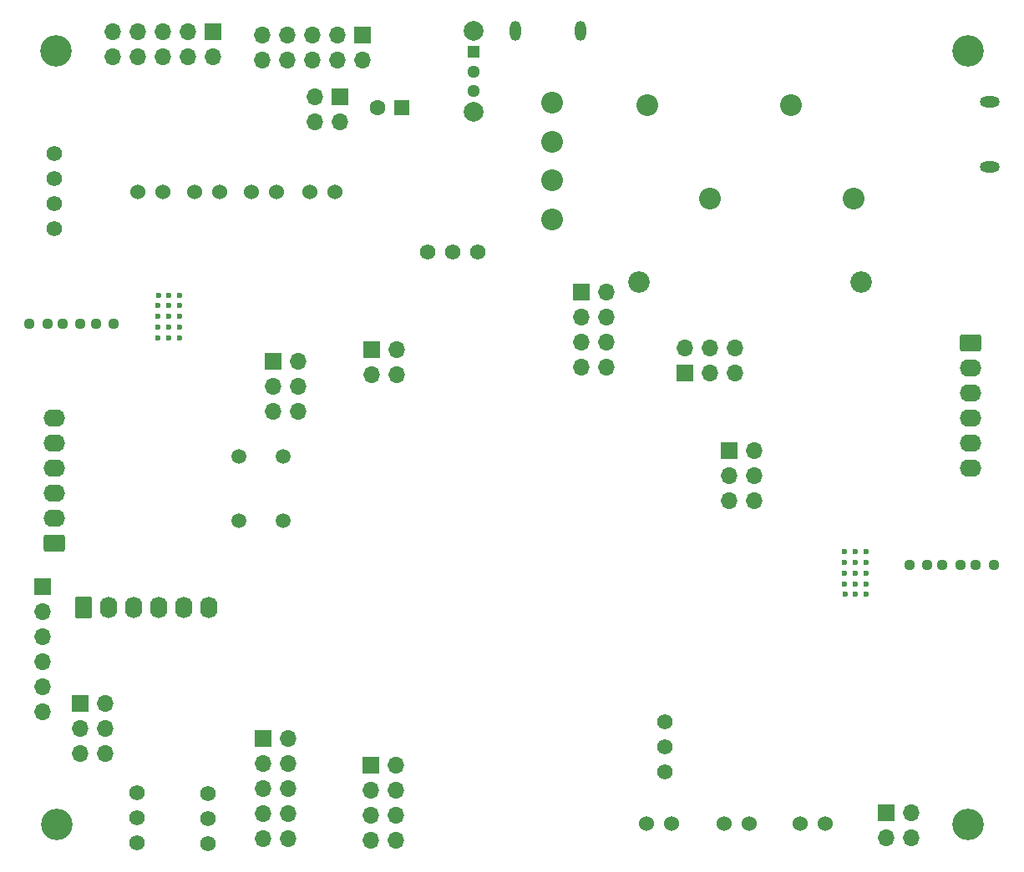
<source format=gbr>
%TF.GenerationSoftware,KiCad,Pcbnew,7.0.6*%
%TF.CreationDate,2024-03-10T14:45:18-07:00*%
%TF.ProjectId,MainBoard,4d61696e-426f-4617-9264-2e6b69636164,0.2*%
%TF.SameCoordinates,Original*%
%TF.FileFunction,Soldermask,Bot*%
%TF.FilePolarity,Negative*%
%FSLAX46Y46*%
G04 Gerber Fmt 4.6, Leading zero omitted, Abs format (unit mm)*
G04 Created by KiCad (PCBNEW 7.0.6) date 2024-03-10 14:45:18*
%MOMM*%
%LPD*%
G01*
G04 APERTURE LIST*
G04 Aperture macros list*
%AMRoundRect*
0 Rectangle with rounded corners*
0 $1 Rounding radius*
0 $2 $3 $4 $5 $6 $7 $8 $9 X,Y pos of 4 corners*
0 Add a 4 corners polygon primitive as box body*
4,1,4,$2,$3,$4,$5,$6,$7,$8,$9,$2,$3,0*
0 Add four circle primitives for the rounded corners*
1,1,$1+$1,$2,$3*
1,1,$1+$1,$4,$5*
1,1,$1+$1,$6,$7*
1,1,$1+$1,$8,$9*
0 Add four rect primitives between the rounded corners*
20,1,$1+$1,$2,$3,$4,$5,0*
20,1,$1+$1,$4,$5,$6,$7,0*
20,1,$1+$1,$6,$7,$8,$9,0*
20,1,$1+$1,$8,$9,$2,$3,0*%
G04 Aperture macros list end*
%ADD10C,1.524000*%
%ADD11RoundRect,0.250000X-0.845000X0.620000X-0.845000X-0.620000X0.845000X-0.620000X0.845000X0.620000X0*%
%ADD12O,2.190000X1.740000*%
%ADD13C,1.574800*%
%ADD14C,3.200000*%
%ADD15RoundRect,0.250000X0.845000X-0.620000X0.845000X0.620000X-0.845000X0.620000X-0.845000X-0.620000X0*%
%ADD16R,1.700000X1.700000*%
%ADD17O,1.700000X1.700000*%
%ADD18C,0.600000*%
%ADD19R,1.295400X1.295400*%
%ADD20C,1.295400*%
%ADD21C,2.000000*%
%ADD22RoundRect,0.250000X-0.620000X-0.845000X0.620000X-0.845000X0.620000X0.845000X-0.620000X0.845000X0*%
%ADD23O,1.740000X2.190000*%
%ADD24O,2.004000X1.104000*%
%ADD25C,1.507998*%
%ADD26C,2.209800*%
%ADD27R,1.600000X1.600000*%
%ADD28C,1.600000*%
%ADD29C,2.184000*%
%ADD30O,1.104000X2.004000*%
%ADD31RoundRect,0.237500X0.250000X0.237500X-0.250000X0.237500X-0.250000X-0.237500X0.250000X-0.237500X0*%
%ADD32RoundRect,0.237500X-0.250000X-0.237500X0.250000X-0.237500X0.250000X0.237500X-0.250000X0.237500X0*%
G04 APERTURE END LIST*
D10*
%TO.C,SW8*%
X189060000Y-100300000D03*
X191600000Y-100300000D03*
%TD*%
D11*
%TO.C,U11*%
X261925000Y-115570000D03*
D12*
X261925000Y-118110000D03*
X261925000Y-120650000D03*
X261925000Y-123190000D03*
X261925000Y-125730000D03*
X261925000Y-128270000D03*
%TD*%
D13*
%TO.C,J15*%
X177450000Y-166350000D03*
X177450000Y-163810000D03*
X177450000Y-161270000D03*
%TD*%
D14*
%TO.C,H2*%
X261700000Y-86000000D03*
%TD*%
D15*
%TO.C,U12*%
X169100000Y-135890000D03*
D12*
X169100000Y-133350000D03*
X169100000Y-130810000D03*
X169100000Y-128270000D03*
X169100000Y-125730000D03*
X169100000Y-123190000D03*
%TD*%
D16*
%TO.C,J1*%
X167850000Y-140300000D03*
D17*
X167850000Y-142840000D03*
X167850000Y-145380000D03*
X167850000Y-147920000D03*
X167850000Y-150460000D03*
X167850000Y-153000000D03*
%TD*%
D16*
%TO.C,J18*%
X253360000Y-163300000D03*
D17*
X255900000Y-163300000D03*
X253360000Y-165840000D03*
X255900000Y-165840000D03*
%TD*%
D13*
%TO.C,J14*%
X184673800Y-166390000D03*
X184673800Y-163850000D03*
X184673800Y-161310000D03*
%TD*%
%TO.C,D8*%
X211990000Y-106376200D03*
X209450000Y-106376200D03*
X206910000Y-106376200D03*
%TD*%
D16*
%TO.C,J3*%
X200300000Y-84360000D03*
D17*
X200300000Y-86900000D03*
X197760000Y-84360000D03*
X197760000Y-86900000D03*
X195220000Y-84360000D03*
X195220000Y-86900000D03*
X192680000Y-84360000D03*
X192680000Y-86900000D03*
X190140000Y-84360000D03*
X190140000Y-86900000D03*
%TD*%
D18*
%TO.C,U10*%
X179600000Y-111799999D03*
X179600000Y-112899999D03*
X179600000Y-113999999D03*
X179600000Y-115100000D03*
X179620000Y-110779999D03*
X180700000Y-110779999D03*
X180700000Y-115100000D03*
X180700003Y-111799999D03*
X180700003Y-112899999D03*
X180700003Y-113999999D03*
X181760000Y-110779999D03*
X181800000Y-111799999D03*
X181800000Y-112899999D03*
X181800000Y-113999999D03*
X181800000Y-115100000D03*
%TD*%
D16*
%TO.C,J21*%
X233010000Y-118650000D03*
D17*
X233010000Y-116110000D03*
X235550000Y-118650000D03*
X235550000Y-116110000D03*
X238090000Y-118650000D03*
X238090000Y-116110000D03*
%TD*%
D16*
%TO.C,J19*%
X237510000Y-126560000D03*
D17*
X240050000Y-126560000D03*
X237510000Y-129100000D03*
X240050000Y-129100000D03*
X237510000Y-131640000D03*
X240050000Y-131640000D03*
%TD*%
D19*
%TO.C,SW2*%
X211550000Y-86049999D03*
D20*
X211550000Y-88050000D03*
X211550000Y-90050001D03*
D21*
X211550000Y-83949999D03*
X211550000Y-92150000D03*
%TD*%
D18*
%TO.C,U13*%
X251400000Y-140099999D03*
X251400000Y-138999999D03*
X251400000Y-137899999D03*
X251400000Y-136799998D03*
X251380000Y-141119999D03*
X250300000Y-141119999D03*
X250300000Y-136799998D03*
X250299997Y-140099999D03*
X250299997Y-138999999D03*
X250299997Y-137899999D03*
X249240000Y-141119999D03*
X249200000Y-140099999D03*
X249200000Y-138999999D03*
X249200000Y-137899999D03*
X249200000Y-136799998D03*
%TD*%
D22*
%TO.C,J20*%
X172055000Y-142450000D03*
D23*
X174595000Y-142450000D03*
X177135000Y-142450000D03*
X179675000Y-142450000D03*
X182215000Y-142450000D03*
X184755000Y-142450000D03*
%TD*%
D16*
%TO.C,J8*%
X201160000Y-158430000D03*
D17*
X203700000Y-158430000D03*
X201160000Y-160970000D03*
X203700000Y-160970000D03*
X201160000Y-163510000D03*
X203700000Y-163510000D03*
X201160000Y-166050000D03*
X203700000Y-166050000D03*
%TD*%
D16*
%TO.C,J2*%
X185140000Y-84060000D03*
D17*
X185140000Y-86600000D03*
X182600000Y-84060000D03*
X182600000Y-86600000D03*
X180060000Y-84060000D03*
X180060000Y-86600000D03*
X177520000Y-84060000D03*
X177520000Y-86600000D03*
X174980000Y-84060000D03*
X174980000Y-86600000D03*
%TD*%
D16*
%TO.C,J23*%
X171660000Y-152150000D03*
D17*
X174200000Y-152150000D03*
X171660000Y-154690000D03*
X174200000Y-154690000D03*
X171660000Y-157230000D03*
X174200000Y-157230000D03*
%TD*%
D10*
%TO.C,SW6*%
X231610128Y-164351200D03*
X229070128Y-164351200D03*
%TD*%
D24*
%TO.C,J9*%
X263900000Y-97700000D03*
X263900000Y-91100000D03*
%TD*%
D10*
%TO.C,SW10*%
X177510000Y-100300000D03*
X180050000Y-100300000D03*
%TD*%
%TO.C,SW4*%
X239490128Y-164375000D03*
X236950128Y-164375000D03*
%TD*%
%TO.C,SW5*%
X247230128Y-164375000D03*
X244690128Y-164375000D03*
%TD*%
D16*
%TO.C,J25*%
X201250000Y-116275000D03*
D17*
X203790000Y-116275000D03*
X201250000Y-118815000D03*
X203790000Y-118815000D03*
%TD*%
D25*
%TO.C,SW1*%
X192300001Y-127099998D03*
X192300001Y-133600000D03*
X187800000Y-127099998D03*
X187800000Y-133600000D03*
%TD*%
D16*
%TO.C,J26*%
X222460000Y-110400000D03*
D17*
X225000000Y-110400000D03*
X222460000Y-112940000D03*
X225000000Y-112940000D03*
X222460000Y-115480000D03*
X225000000Y-115480000D03*
X222460000Y-118020000D03*
X225000000Y-118020000D03*
%TD*%
D26*
%TO.C,SW3*%
X219500000Y-103087200D03*
X219500000Y-99124800D03*
X219500000Y-95162400D03*
X219500000Y-91200000D03*
%TD*%
D27*
%TO.C,C15*%
X204305113Y-91700000D03*
D28*
X201805113Y-91700000D03*
%TD*%
D29*
%TO.C,F1*%
X228350000Y-109400000D03*
X250850000Y-109400000D03*
%TD*%
D13*
%TO.C,J13*%
X230973800Y-159140000D03*
X230973800Y-156600000D03*
X230973800Y-154060000D03*
%TD*%
D10*
%TO.C,SW9*%
X183310000Y-100300000D03*
X185850000Y-100300000D03*
%TD*%
D26*
%TO.C,J6*%
X235500000Y-101000000D03*
X229150000Y-91500001D03*
%TD*%
D10*
%TO.C,SW7*%
X195000000Y-100300000D03*
X197540000Y-100300000D03*
%TD*%
D30*
%TO.C,J4*%
X222400000Y-83900000D03*
X215800000Y-83900000D03*
%TD*%
D13*
%TO.C,J24*%
X169100000Y-104000000D03*
X169100000Y-101460000D03*
X169100000Y-98920000D03*
X169100000Y-96380000D03*
%TD*%
D16*
%TO.C,J7*%
X190250000Y-155740000D03*
D17*
X192790000Y-155740000D03*
X190250000Y-158280000D03*
X192790000Y-158280000D03*
X190250000Y-160820000D03*
X192790000Y-160820000D03*
X190250000Y-163360000D03*
X192790000Y-163360000D03*
X190250000Y-165900000D03*
X192790000Y-165900000D03*
%TD*%
D14*
%TO.C,H4*%
X261700000Y-164500000D03*
%TD*%
%TO.C,H1*%
X169200000Y-86000000D03*
%TD*%
D16*
%TO.C,J16*%
X191210000Y-117510000D03*
D17*
X193750000Y-117510000D03*
X191210000Y-120050000D03*
X193750000Y-120050000D03*
X191210000Y-122590000D03*
X193750000Y-122590000D03*
%TD*%
D14*
%TO.C,H3*%
X169300000Y-164500000D03*
%TD*%
D26*
%TO.C,J5*%
X250100000Y-100999999D03*
X243750000Y-91500000D03*
%TD*%
D16*
%TO.C,J22*%
X198050000Y-90650000D03*
D17*
X198050000Y-93190000D03*
X195510000Y-90650000D03*
X195510000Y-93190000D03*
%TD*%
D31*
%TO.C,R49*%
X260925000Y-138125000D03*
X259100000Y-138125000D03*
%TD*%
D32*
%TO.C,R26*%
X173275000Y-113700000D03*
X175100000Y-113700000D03*
%TD*%
D31*
%TO.C,R36*%
X257562500Y-138125000D03*
X255737500Y-138125000D03*
%TD*%
D32*
%TO.C,R47*%
X169900000Y-113700000D03*
X171725000Y-113700000D03*
%TD*%
%TO.C,R48*%
X166525000Y-113700000D03*
X168350000Y-113700000D03*
%TD*%
D31*
%TO.C,R50*%
X264300000Y-138125000D03*
X262475000Y-138125000D03*
%TD*%
M02*

</source>
